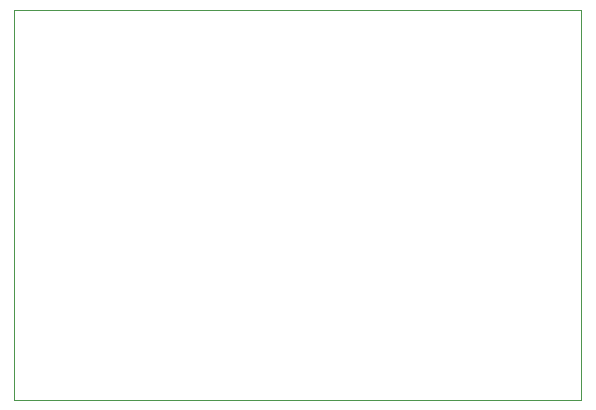
<source format=gbr>
G04 #@! TF.GenerationSoftware,KiCad,Pcbnew,(5.1.2)-2*
G04 #@! TF.CreationDate,2020-08-07T23:42:32+09:00*
G04 #@! TF.ProjectId,IRRemo,49525265-6d6f-42e6-9b69-6361645f7063,rev?*
G04 #@! TF.SameCoordinates,Original*
G04 #@! TF.FileFunction,Profile,NP*
%FSLAX46Y46*%
G04 Gerber Fmt 4.6, Leading zero omitted, Abs format (unit mm)*
G04 Created by KiCad (PCBNEW (5.1.2)-2) date 2020-08-07 23:42:32*
%MOMM*%
%LPD*%
G04 APERTURE LIST*
%ADD10C,0.050000*%
G04 APERTURE END LIST*
D10*
X104394000Y-129794000D02*
X104394000Y-96774000D01*
X152400000Y-129794000D02*
X104394000Y-129794000D01*
X152400000Y-96774000D02*
X152400000Y-129794000D01*
X104394000Y-96774000D02*
X152400000Y-96774000D01*
M02*

</source>
